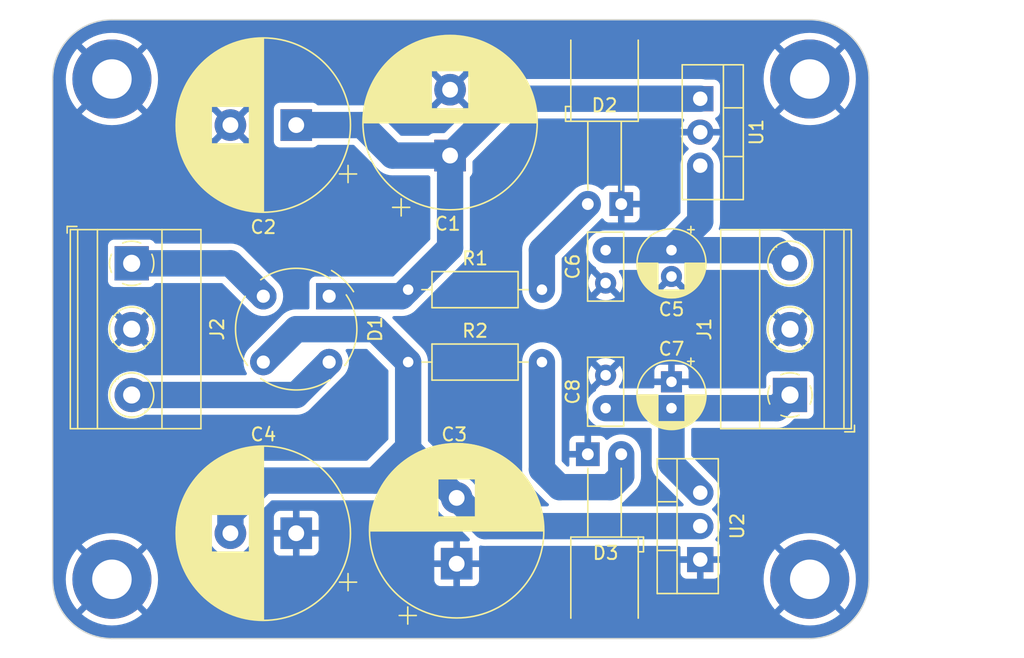
<source format=kicad_pcb>
(kicad_pcb (version 20221018) (generator pcbnew)
  (layers (0 "F.Cu" signal) (31 "B.Cu" signal) (34 "B.Paste" user) (35 "F.Paste" user) (36 "B.SilkS" user "B.Silkscreen") (37 "F.SilkS" user "F.Silkscreen") (38 "B.Mask" user) (39 "F.Mask" user) (44 "Edge.Cuts" user))
  (net 0 "")
  (net 1 "PFILT")
  (net 2 "GND")
  (net 3 "NFILT")
  (net 4 "VOUT+")
  (net 5 "VOUT-")
  (net 6 "X1")
  (net 7 "X3")
  (net 8 "Net-(D2-A)")
  (net 9 "Net-(D3-A)")
  (footprint "Capacitor_THT:CP_Radial_D13.0mm_P5.00mm" (layer "F.Cu") (at 108.184784 81.815216 90)
    (fp_text reference "C1" (at -5.184784 -0.184784 180) (layer "F.SilkS"))
    (fp_text value "2200 u")
    (pad "1" thru_hole rect (at 0 0 90) (size 2.4 2.4) (drill 1.2) (layers "*.Cu" "*.Mask") (net 1 "PFILT"))
    (pad "2" thru_hole circle (at 5 0 90) (size 2.4 2.4) (drill 1.2) (layers "*.Cu" "*.Mask") (net 2 "GND"))
  )
  (footprint "TerminalBlock_Phoenix:TerminalBlock_Phoenix_MKDS-1,5-3_1x03_P5.00mm_Horizontal" (layer "F.Cu") (at 84 90 -90)
    (fp_text reference "J2" (at 5 -6.5 90) (layer "F.SilkS"))
    (fp_text value "Screw_Terminal_01x03" hide)
    (pad "1" thru_hole rect (at 0 0 270) (size 2.6 2.6) (drill 1.3) (layers "*.Cu" "*.Mask") (net 6 "X1"))
    (pad "2" thru_hole circle (at 5 0 270) (size 2.6 2.6) (drill 1.3) (layers "*.Cu" "*.Mask") (net 2 "GND"))
    (pad "3" thru_hole circle (at 10 0 270) (size 2.6 2.6) (drill 1.3) (layers "*.Cu" "*.Mask") (net 7 "X3"))
  )
  (footprint "Resistor_THT:R_Axial_DIN0207_L6.3mm_D2.5mm_P10.16mm_Horizontal" (layer "F.Cu") (at 105 97.5)
    (fp_text reference "R2" (at 5.08 -2.37) (layer "F.SilkS"))
    (fp_text value "1.1 k")
    (pad "1" thru_hole circle (at 0 0) (size 1.6 1.6) (drill 0.8) (layers "*.Cu" "*.Mask") (net 3 "NFILT"))
    (pad "2" thru_hole oval (at 10.16 0) (size 1.6 1.6) (drill 0.8) (layers "*.Cu" "*.Mask") (net 9 "Net-(D3-A)"))
  )
  (footprint "Capacitor_THT:CP_Radial_D5.0mm_P2.00mm" (layer "F.Cu") (at 125 99 -90)
    (fp_text reference "C7" (at -2.5 0) (layer "F.SilkS"))
    (fp_text value "1 u")
    (pad "1" thru_hole rect (at 0 0 270) (size 1.6 1.6) (drill 0.8) (layers "*.Cu" "*.Mask") (net 2 "GND"))
    (pad "2" thru_hole circle (at 2 0 270) (size 1.6 1.6) (drill 0.8) (layers "*.Cu" "*.Mask") (net 5 "VOUT-"))
  )
  (footprint "Capacitor_THT:CP_Radial_D5.0mm_P2.00mm" (layer "F.Cu") (at 125 89 -90)
    (fp_text reference "C5" (at 4.5 0 -180) (layer "F.SilkS"))
    (fp_text value "1 u")
    (pad "1" thru_hole rect (at 0 0 270) (size 1.6 1.6) (drill 0.8) (layers "*.Cu" "*.Mask") (net 4 "VOUT+"))
    (pad "2" thru_hole circle (at 2 0 270) (size 1.6 1.6) (drill 0.8) (layers "*.Cu" "*.Mask") (net 2 "GND"))
  )
  (footprint "MountingHole:MountingHole_3mm_Pad" (layer "F.Cu") (at 135.5 76)
    (fp_text reference "H3" hide)
    (fp_text value "MountingHole_Pad" hide)
    (pad "1" thru_hole circle (at 0 0) (size 6 6) (drill 3) (layers "*.Cu" "*.Mask") (net 2 "GND"))
  )
  (footprint "Capacitor_THT:CP_Radial_D13.0mm_P5.00mm" (layer "F.Cu") (at 96.5 110.5 180)
    (fp_text reference "C4" (at 2.5 7.5) (layer "F.SilkS"))
    (fp_text value "2200 u")
    (pad "1" thru_hole rect (at 0 0 180) (size 2.4 2.4) (drill 1.2) (layers "*.Cu" "*.Mask") (net 2 "GND"))
    (pad "2" thru_hole circle (at 5 0 180) (size 2.4 2.4) (drill 1.2) (layers "*.Cu" "*.Mask") (net 3 "NFILT"))
  )
  (footprint "MountingHole:MountingHole_3mm_Pad" (layer "F.Cu") (at 82.5 76)
    (fp_text reference "H1" hide)
    (fp_text value "MountingHole_Pad" hide)
    (pad "1" thru_hole circle (at 0 0) (size 6 6) (drill 3) (layers "*.Cu" "*.Mask") (net 2 "GND"))
  )
  (footprint "Capacitor_THT:CP_Radial_D13.0mm_P5.00mm" (layer "F.Cu") (at 96.5 79.5 180)
    (fp_text reference "C2" (at 2.5 -7.75) (layer "F.SilkS"))
    (fp_text value "2200 u")
    (pad "1" thru_hole rect (at 0 0 180) (size 2.4 2.4) (drill 1.2) (layers "*.Cu" "*.Mask") (net 1 "PFILT"))
    (pad "2" thru_hole circle (at 5 0 180) (size 2.4 2.4) (drill 1.2) (layers "*.Cu" "*.Mask") (net 2 "GND"))
  )
  (footprint "Package_TO_SOT_THT:TO-220-3_Vertical" (layer "F.Cu") (at 127.184784 77.5 -90)
    (fp_text reference "U1" (at 2.54 -4.27 90) (layer "F.SilkS"))
    (fp_text value "LM7812_TO220")
    (pad "1" thru_hole rect (at 0 0 270) (size 1.905 2) (drill 1.1) (layers "*.Cu" "*.Mask") (net 1 "PFILT"))
    (pad "2" thru_hole oval (at 2.54 0 270) (size 1.905 2) (drill 1.1) (layers "*.Cu" "*.Mask") (net 2 "GND"))
    (pad "3" thru_hole oval (at 5.08 0 270) (size 1.905 2) (drill 1.1) (layers "*.Cu" "*.Mask") (net 4 "VOUT+"))
  )
  (footprint "Capacitor_THT:C_Disc_D5.0mm_W2.5mm_P2.50mm" (layer "F.Cu") (at 120 98.5 -90)
    (fp_text reference "C8" (at 1.25 2.5 90) (layer "F.SilkS"))
    (fp_text value "0.1 u")
    (pad "1" thru_hole circle (at 0 0 270) (size 1.6 1.6) (drill 0.8) (layers "*.Cu" "*.Mask") (net 2 "GND"))
    (pad "2" thru_hole circle (at 2.5 0 270) (size 1.6 1.6) (drill 0.8) (layers "*.Cu" "*.Mask") (net 5 "VOUT-"))
  )
  (footprint "Capacitor_THT:CP_Radial_D13.0mm_P5.00mm" (layer "F.Cu") (at 108.684784 112.815216 90)
    (fp_text reference "C3" (at 9.815216 -0.184784 180) (layer "F.SilkS"))
    (fp_text value "2200 u")
    (pad "1" thru_hole rect (at 0 0 90) (size 2.4 2.4) (drill 1.2) (layers "*.Cu" "*.Mask") (net 2 "GND"))
    (pad "2" thru_hole circle (at 5 0 90) (size 2.4 2.4) (drill 1.2) (layers "*.Cu" "*.Mask") (net 3 "NFILT"))
  )
  (footprint "LED_THT:LED_D5.0mm_Horizontal_O6.35mm_Z3.0mm" (layer "F.Cu") (at 121.184784 85.5 180)
    (fp_text reference "D2" (at 1.27 7.5) (layer "F.SilkS"))
    (fp_text value "LED" hide)
    (pad "1" thru_hole rect (at 0 0 180) (size 1.8 1.8) (drill 0.9) (layers "*.Cu" "*.Mask") (net 2 "GND"))
    (pad "2" thru_hole circle (at 2.54 0 180) (size 1.8 1.8) (drill 0.9) (layers "*.Cu" "*.Mask") (net 8 "Net-(D2-A)"))
  )
  (footprint "MountingHole:MountingHole_3mm_Pad" (layer "F.Cu") (at 82.5 114)
    (fp_text reference "H2" hide)
    (fp_text value "MountingHole_Pad" hide)
    (pad "1" thru_hole circle (at 0 0) (size 6 6) (drill 3) (layers "*.Cu" "*.Mask") (net 2 "GND"))
  )
  (footprint "TerminalBlock_Phoenix:TerminalBlock_Phoenix_MKDS-1,5-3_1x03_P5.00mm_Horizontal" (layer "F.Cu") (at 134 100 90)
    (fp_text reference "J1" (at 5 -6.5 90) (layer "F.SilkS"))
    (fp_text value "Screw_Terminal_01x03" hide)
    (pad "1" thru_hole rect (at 0 0 90) (size 2.6 2.6) (drill 1.3) (layers "*.Cu" "*.Mask") (net 5 "VOUT-"))
    (pad "2" thru_hole circle (at 5 0 90) (size 2.6 2.6) (drill 1.3) (layers "*.Cu" "*.Mask") (net 2 "GND"))
    (pad "3" thru_hole circle (at 10 0 90) (size 2.6 2.6) (drill 1.3) (layers "*.Cu" "*.Mask") (net 4 "VOUT+"))
  )
  (footprint "Diode_THT:Diode_Bridge_Round_D9.0mm" (layer "F.Cu") (at 99 92.5 -90)
    (fp_text reference "D1" (at 2.5 -3.5 90) (layer "F.SilkS"))
    (fp_text value "D_Bridge_+A-A" hide)
    (pad "1" thru_hole rect (at 0 0 270) (size 2 2) (drill 1) (layers "*.Cu" "*.Mask") (net 1 "PFILT"))
    (pad "2" thru_hole oval (at 0 5 270) (size 2 2) (drill 1) (layers "*.Cu" "*.Mask") (net 6 "X1"))
    (pad "3" thru_hole oval (at 5 5 270) (size 2 2) (drill 1) (layers "*.Cu" "*.Mask") (net 3 "NFILT"))
    (pad "4" thru_hole oval (at 5 0 270) (size 2 2) (drill 1) (layers "*.Cu" "*.Mask") (net 7 "X3"))
  )
  (footprint "Resistor_THT:R_Axial_DIN0207_L6.3mm_D2.5mm_P10.16mm_Horizontal" (layer "F.Cu") (at 105 92)
    (fp_text reference "R1" (at 5.08 -2.37) (layer "F.SilkS"))
    (fp_text value "1.1 k")
    (pad "1" thru_hole circle (at 0 0) (size 1.6 1.6) (drill 0.8) (layers "*.Cu" "*.Mask") (net 1 "PFILT"))
    (pad "2" thru_hole oval (at 10.16 0) (size 1.6 1.6) (drill 0.8) (layers "*.Cu" "*.Mask") (net 8 "Net-(D2-A)"))
  )
  (footprint "Capacitor_THT:C_Disc_D5.0mm_W2.5mm_P2.50mm" (layer "F.Cu") (at 120 89 -90)
    (fp_text reference "C6" (at 1.25 2.5 90) (layer "F.SilkS"))
    (fp_text value "0.1 u")
    (pad "1" thru_hole circle (at 0 0 270) (size 1.6 1.6) (drill 0.8) (layers "*.Cu" "*.Mask") (net 4 "VOUT+"))
    (pad "2" thru_hole circle (at 2.5 0 270) (size 1.6 1.6) (drill 0.8) (layers "*.Cu" "*.Mask") (net 2 "GND"))
  )
  (footprint "LED_THT:LED_D5.0mm_Horizontal_O6.35mm_Z3.0mm" (layer "F.Cu") (at 118.644784 104.5)
    (fp_text reference "D3" (at 1.355216 7.5) (layer "F.SilkS"))
    (fp_text value "LED" hide)
    (pad "1" thru_hole rect (at 0 0) (size 1.8 1.8) (drill 0.9) (layers "*.Cu" "*.Mask") (net 2 "GND"))
    (pad "2" thru_hole circle (at 2.54 0) (size 1.8 1.8) (drill 0.9) (layers "*.Cu" "*.Mask") (net 9 "Net-(D3-A)"))
  )
  (footprint "Package_TO_SOT_THT:TO-220-3_Vertical" (layer "F.Cu") (at 127.184784 112.5 90)
    (fp_text reference "U2" (at 2.54 2.815216 90) (layer "F.SilkS"))
    (fp_text value "LM7912_TO220")
    (pad "1" thru_hole rect (at 0 0 90) (size 1.905 2) (drill 1.1) (layers "*.Cu" "*.Mask") (net 2 "GND"))
    (pad "2" thru_hole oval (at 2.54 0 90) (size 1.905 2) (drill 1.1) (layers "*.Cu" "*.Mask") (net 3 "NFILT"))
    (pad "3" thru_hole oval (at 5.08 0 90) (size 1.905 2) (drill 1.1) (layers "*.Cu" "*.Mask") (net 5 "VOUT-"))
  )
  (footprint "MountingHole:MountingHole_3mm_Pad" (layer "F.Cu") (at 135.5 114)
    (fp_text reference "H4" hide)
    (fp_text value "MountingHole_Pad" hide)
    (pad "1" thru_hole circle (at 0 0) (size 6 6) (drill 3) (layers "*.Cu" "*.Mask") (net 2 "GND"))
  )
  (gr_line (start 78 114) (end 78 76) (stroke (width 0.1)) (layer "Edge.Cuts"))
  (gr_arc (start 82.5 118.5) (mid 79.318019 117.181981) (end 78 114) (stroke (width 0.1)) (layer "Edge.Cuts"))
  (gr_line (start 82.5 71.5) (end 135.5 71.5) (stroke (width 0.1)) (layer "Edge.Cuts"))
  (gr_line (start 139.999886 76.031865) (end 140 114) (stroke (width 0.1)) (layer "Edge.Cuts"))
  (gr_arc (start 135.5 71.5) (mid 138.693226 72.829306) (end 139.999886 76.031865) (stroke (width 0.1)) (layer "Edge.Cuts"))
  (gr_line (start 135.5 118.5) (end 82.5 118.5) (stroke (width 0.1)) (layer "Edge.Cuts"))
  (gr_arc (start 78 76) (mid 79.318019 72.818019) (end 82.5 71.5) (stroke (width 0.1)) (layer "Edge.Cuts"))
  (gr_arc (start 140 114) (mid 138.681981 117.181981) (end 135.5 118.5) (stroke (width 0.1)) (layer "Edge.Cuts"))
  (segment (start 108.184784 88.815216) (end 108.184784 81.815216) (width 2) (layer "B.Cu") (net 1))
  (segment (start 105 92) (end 108.184784 88.815216) (width 2) (layer "B.Cu") (net 1))
  (segment (start 101.5 79.5) (end 103.815216 81.815216) (width 2) (layer "B.Cu") (net 1))
  (segment (start 96.5 79.5) (end 101.5 79.5) (width 2) (layer "B.Cu") (net 1))
  (segment (start 104.5 92.5) (end 105 92) (width 2) (layer "B.Cu") (net 1))
  (segment (start 99 92.5) (end 104.5 92.5) (width 2) (layer "B.Cu") (net 1))
  (segment (start 112.5 77.5) (end 127.184784 77.5) (width 2) (layer "B.Cu") (net 1))
  (segment (start 108.184784 81.815216) (end 112.5 77.5) (width 2) (layer "B.Cu") (net 1))
  (segment (start 103.815216 81.815216) (end 108.184784 81.815216) (width 2) (layer "B.Cu") (net 1))
  (segment (start 91.5 110.5) (end 91.5 109) (width 2) (layer "B.Cu") (net 3))
  (segment (start 108.684784 107.815216) (end 110.829568 109.96) (width 2) (layer "B.Cu") (net 3))
  (segment (start 94 106.5) (end 102.5 106.5) (width 2) (layer "B.Cu") (net 3))
  (segment (start 94 97.5) (end 96.5 95) (width 2) (layer "B.Cu") (net 3))
  (segment (start 105 104) (end 105 97.5) (width 2) (layer "B.Cu") (net 3))
  (segment (start 91.5 109) (end 94 106.5) (width 2) (layer "B.Cu") (net 3))
  (segment (start 108.684784 107.815216) (end 105 104.130432) (width 2) (layer "B.Cu") (net 3))
  (segment (start 96.5 95) (end 102.5 95) (width 2) (layer "B.Cu") (net 3))
  (segment (start 110.829568 109.96) (end 127.184784 109.96) (width 2) (layer "B.Cu") (net 3))
  (segment (start 102.5 106.5) (end 105 104) (width 2) (layer "B.Cu") (net 3))
  (segment (start 105 104.130432) (end 105 104) (width 2) (layer "B.Cu") (net 3))
  (segment (start 102.5 95) (end 105 97.5) (width 2) (layer "B.Cu") (net 3))
  (segment (start 127.184784 82.58) (end 127.184784 86.815216) (width 2) (layer "B.Cu") (net 4))
  (segment (start 120 89) (end 125 89) (width 2) (layer "B.Cu") (net 4))
  (segment (start 127.184784 86.815216) (end 125 89) (width 2) (layer "B.Cu") (net 4))
  (segment (start 133 89) (end 134 90) (width 2) (layer "B.Cu") (net 4))
  (segment (start 125 89) (end 133 89) (width 2) (layer "B.Cu") (net 4))
  (segment (start 125 101) (end 133 101) (width 2) (layer "B.Cu") (net 5))
  (segment (start 120 101) (end 125 101) (width 2) (layer "B.Cu") (net 5))
  (segment (start 133 101) (end 134 100) (width 2) (layer "B.Cu") (net 5))
  (segment (start 125 105.235216) (end 125 101) (width 2) (layer "B.Cu") (net 5))
  (segment (start 127.184784 107.42) (end 125 105.235216) (width 2) (layer "B.Cu") (net 5))
  (segment (start 84 90) (end 91.5 90) (width 2) (layer "B.Cu") (net 6))
  (segment (start 91.5 90) (end 94 92.5) (width 2) (layer "B.Cu") (net 6))
  (segment (start 84 100) (end 96.5 100) (width 2) (layer "B.Cu") (net 7))
  (segment (start 96.5 100) (end 99 97.5) (width 2) (layer "B.Cu") (net 7))
  (segment (start 115.16 92) (end 115.16 88.984784) (width 2) (layer "B.Cu") (net 8))
  (segment (start 115.16 88.984784) (end 118.644784 85.5) (width 2) (layer "B.Cu") (net 8))
  (segment (start 120.344784 107) (end 116.5 107) (width 2) (layer "B.Cu") (net 9))
  (segment (start 121.184784 106.16) (end 120.344784 107) (width 2) (layer "B.Cu") (net 9))
  (segment (start 121.184784 104.5) (end 121.184784 106.16) (width 2) (layer "B.Cu") (net 9))
  (segment (start 116.5 107) (end 115.16 105.66) (width 2) (layer "B.Cu") (net 9))
  (segment (start 115.16 105.66) (end 115.16 97.5) (width 2) (layer "B.Cu") (net 9))
  (zone (net 2) (net_name "GND") (layer "B.Cu") (connect_pads (clearance 0.5)) (min_thickness 0.25) (fill yes (thermal_gap 0.5) (thermal_bridge_width 0.5))
    (polygon (pts (xy 144 70) (xy 144 120) (xy 74 120) (xy 74 70)))
  )
)
</source>
